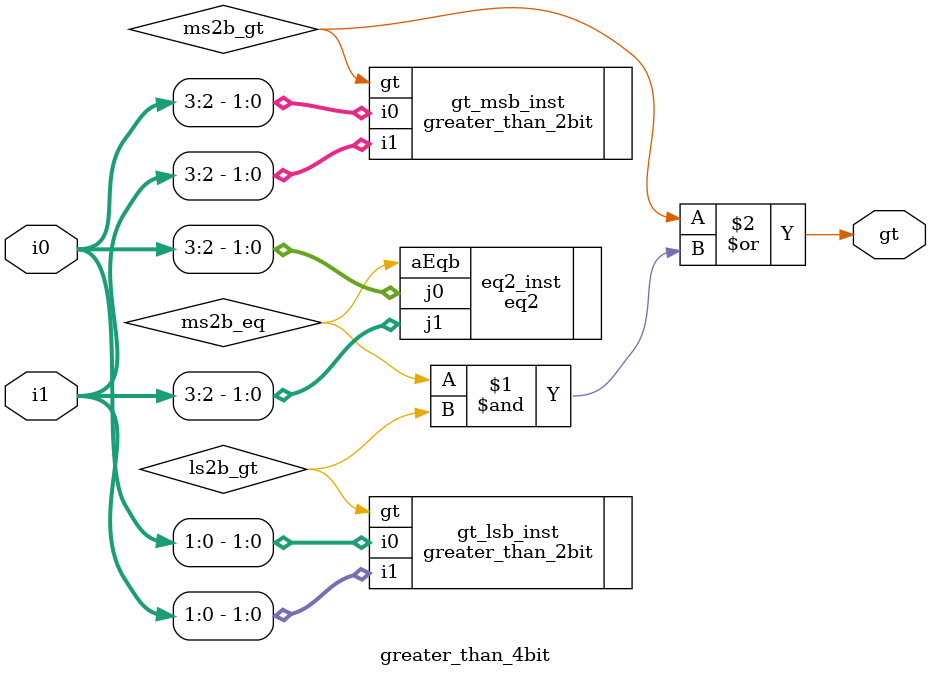
<source format=sv>
module greater_than_4bit (
    input logic [3:0] i0, i1,
    output logic gt
);
    logic ms2b_gt, ls2b_gt, ms2b_eq;

    assign gt = ms2b_gt | (ms2b_eq & ls2b_gt);

    eq2 eq2_inst (
        .j0(i0[3:2]),
        .j1(i1[3:2]),
        .aEqb(ms2b_eq)
    );

    greater_than_2bit gt_msb_inst (
        .i0(i0[3:2]),
        .i1(i1[3:2]),
        .gt(ms2b_gt)
    );

    greater_than_2bit gt_lsb_inst (
        .i0(i0[1:0]),
        .i1(i1[1:0]),
        .gt(ls2b_gt)
    );

endmodule
</source>
